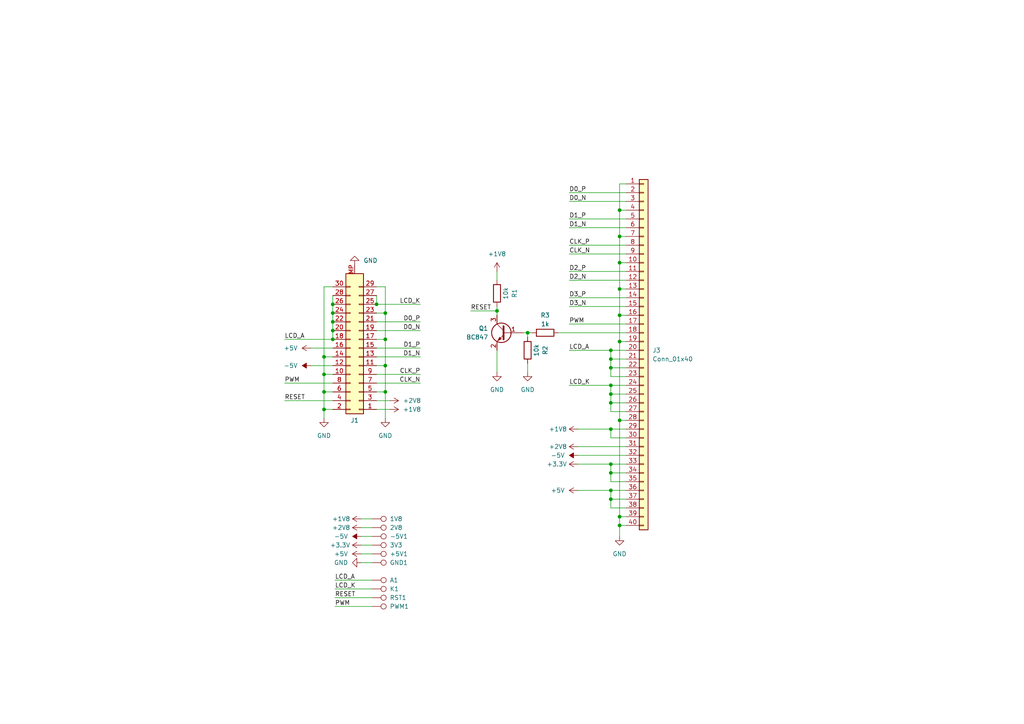
<source format=kicad_sch>
(kicad_sch (version 20231120) (generator "eeschema") (generator_version "8.0")
  (paper "A4")
  (lib_symbols
    (symbol "Connector:TestPoint" (pin_numbers hide) (pin_names (offset 0.762) hide)
      (property "Reference" "TP" (at 0 6.858 0))
      (property "Value" "TestPoint" (at 0 5.08 0))
      (symbol "TestPoint_0_1"
        (circle (center 0 3.302) (radius 0.762))
      )
      (symbol "TestPoint_1_1"
        (pin passive line (at 0 0 90) (length 2.54) (name "1") (number "1"))
      )
    )
    (symbol "Connector_Generic:Conn_01x40" (pin_names (offset 1.016) hide)
      (property "Reference" "J" (at 0 50.8 0))
      (property "Value" "Conn_01x40" (at 0 -53.34 0))
      (symbol "Conn_01x40_1_1"
        (rectangle (start -1.27 -50.673) (end 0 -50.927) (stroke (width 0.1524)))
        (rectangle (start -1.27 -48.133) (end 0 -48.387) (stroke (width 0.1524)))
        (rectangle (start -1.27 -45.593) (end 0 -45.847) (stroke (width 0.1524)))
        (rectangle (start -1.27 -43.053) (end 0 -43.307) (stroke (width 0.1524)))
        (rectangle (start -1.27 -40.513) (end 0 -40.767) (stroke (width 0.1524)))
        (rectangle (start -1.27 -37.973) (end 0 -38.227) (stroke (width 0.1524)))
        (rectangle (start -1.27 -35.433) (end 0 -35.687) (stroke (width 0.1524)))
        (rectangle (start -1.27 -32.893) (end 0 -33.147) (stroke (width 0.1524)))
        (rectangle (start -1.27 -30.353) (end 0 -30.607) (stroke (width 0.1524)))
        (rectangle (start -1.27 -27.813) (end 0 -28.067) (stroke (width 0.1524)))
        (rectangle (start -1.27 -25.273) (end 0 -25.527) (stroke (width 0.1524)))
        (rectangle (start -1.27 -22.733) (end 0 -22.987) (stroke (width 0.1524)))
        (rectangle (start -1.27 -20.193) (end 0 -20.447) (stroke (width 0.1524)))
        (rectangle (start -1.27 -17.653) (end 0 -17.907) (stroke (width 0.1524)))
        (rectangle (start -1.27 -15.113) (end 0 -15.367) (stroke (width 0.1524)))
        (rectangle (start -1.27 -12.573) (end 0 -12.827) (stroke (width 0.1524)))
        (rectangle (start -1.27 -10.033) (end 0 -10.287) (stroke (width 0.1524)))
        (rectangle (start -1.27 -7.493) (end 0 -7.747) (stroke (width 0.1524)))
        (rectangle (start -1.27 -4.953) (end 0 -5.207) (stroke (width 0.1524)))
        (rectangle (start -1.27 -2.413) (end 0 -2.667) (stroke (width 0.1524)))
        (rectangle (start -1.27 0.127) (end 0 -0.127) (stroke (width 0.1524)))
        (rectangle (start -1.27 2.667) (end 0 2.413) (stroke (width 0.1524)))
        (rectangle (start -1.27 5.207) (end 0 4.953) (stroke (width 0.1524)))
        (rectangle (start -1.27 7.747) (end 0 7.493) (stroke (width 0.1524)))
        (rectangle (start -1.27 10.287) (end 0 10.033) (stroke (width 0.1524)))
        (rectangle (start -1.27 12.827) (end 0 12.573) (stroke (width 0.1524)))
        (rectangle (start -1.27 15.367) (end 0 15.113) (stroke (width 0.1524)))
        (rectangle (start -1.27 17.907) (end 0 17.653) (stroke (width 0.1524)))
        (rectangle (start -1.27 20.447) (end 0 20.193) (stroke (width 0.1524)))
        (rectangle (start -1.27 22.987) (end 0 22.733) (stroke (width 0.1524)))
        (rectangle (start -1.27 25.527) (end 0 25.273) (stroke (width 0.1524)))
        (rectangle (start -1.27 28.067) (end 0 27.813) (stroke (width 0.1524)))
        (rectangle (start -1.27 30.607) (end 0 30.353) (stroke (width 0.1524)))
        (rectangle (start -1.27 33.147) (end 0 32.893) (stroke (width 0.1524)))
        (rectangle (start -1.27 35.687) (end 0 35.433) (stroke (width 0.1524)))
        (rectangle (start -1.27 38.227) (end 0 37.973) (stroke (width 0.1524)))
        (rectangle (start -1.27 40.767) (end 0 40.513) (stroke (width 0.1524)))
        (rectangle (start -1.27 43.307) (end 0 43.053) (stroke (width 0.1524)))
        (rectangle (start -1.27 45.847) (end 0 45.593) (stroke (width 0.1524)))
        (rectangle (start -1.27 48.387) (end 0 48.133) (stroke (width 0.1524)))
        (rectangle (start -1.27 49.53) (end 1.27 -52.07) (stroke (width 0.254)) (fill (type background)))
        (pin passive line (at -5.08 48.26 0) (length 3.81) (name "Pin_1") (number "1"))
        (pin passive line (at -5.08 25.4 0) (length 3.81) (name "Pin_10") (number "10"))
        (pin passive line (at -5.08 22.86 0) (length 3.81) (name "Pin_11") (number "11"))
        (pin passive line (at -5.08 20.32 0) (length 3.81) (name "Pin_12") (number "12"))
        (pin passive line (at -5.08 17.78 0) (length 3.81) (name "Pin_13") (number "13"))
        (pin passive line (at -5.08 15.24 0) (length 3.81) (name "Pin_14") (number "14"))
        (pin passive line (at -5.08 12.7 0) (length 3.81) (name "Pin_15") (number "15"))
        (pin passive line (at -5.08 10.16 0) (length 3.81) (name "Pin_16") (number "16"))
        (pin passive line (at -5.08 7.62 0) (length 3.81) (name "Pin_17") (number "17"))
        (pin passive line (at -5.08 5.08 0) (length 3.81) (name "Pin_18") (number "18"))
        (pin passive line (at -5.08 2.54 0) (length 3.81) (name "Pin_19") (number "19"))
        (pin passive line (at -5.08 45.72 0) (length 3.81) (name "Pin_2") (number "2"))
        (pin passive line (at -5.08 0 0) (length 3.81) (name "Pin_20") (number "20"))
        (pin passive line (at -5.08 -2.54 0) (length 3.81) (name "Pin_21") (number "21"))
        (pin passive line (at -5.08 -5.08 0) (length 3.81) (name "Pin_22") (number "22"))
        (pin passive line (at -5.08 -7.62 0) (length 3.81) (name "Pin_23") (number "23"))
        (pin passive line (at -5.08 -10.16 0) (length 3.81) (name "Pin_24") (number "24"))
        (pin passive line (at -5.08 -12.7 0) (length 3.81) (name "Pin_25") (number "25"))
        (pin passive line (at -5.08 -15.24 0) (length 3.81) (name "Pin_26") (number "26"))
        (pin passive line (at -5.08 -17.78 0) (length 3.81) (name "Pin_27") (number "27"))
        (pin passive line (at -5.08 -20.32 0) (length 3.81) (name "Pin_28") (number "28"))
        (pin passive line (at -5.08 -22.86 0) (length 3.81) (name "Pin_29") (number "29"))
        (pin passive line (at -5.08 43.18 0) (length 3.81) (name "Pin_3") (number "3"))
        (pin passive line (at -5.08 -25.4 0) (length 3.81) (name "Pin_30") (number "30"))
        (pin passive line (at -5.08 -27.94 0) (length 3.81) (name "Pin_31") (number "31"))
        (pin passive line (at -5.08 -30.48 0) (length 3.81) (name "Pin_32") (number "32"))
        (pin passive line (at -5.08 -33.02 0) (length 3.81) (name "Pin_33") (number "33"))
        (pin passive line (at -5.08 -35.56 0) (length 3.81) (name "Pin_34") (number "34"))
        (pin passive line (at -5.08 -38.1 0) (length 3.81) (name "Pin_35") (number "35"))
        (pin passive line (at -5.08 -40.64 0) (length 3.81) (name "Pin_36") (number "36"))
        (pin passive line (at -5.08 -43.18 0) (length 3.81) (name "Pin_37") (number "37"))
        (pin passive line (at -5.08 -45.72 0) (length 3.81) (name "Pin_38") (number "38"))
        (pin passive line (at -5.08 -48.26 0) (length 3.81) (name "Pin_39") (number "39"))
        (pin passive line (at -5.08 40.64 0) (length 3.81) (name "Pin_4") (number "4"))
        (pin passive line (at -5.08 -50.8 0) (length 3.81) (name "Pin_40") (number "40"))
        (pin passive line (at -5.08 38.1 0) (length 3.81) (name "Pin_5") (number "5"))
        (pin passive line (at -5.08 35.56 0) (length 3.81) (name "Pin_6") (number "6"))
        (pin passive line (at -5.08 33.02 0) (length 3.81) (name "Pin_7") (number "7"))
        (pin passive line (at -5.08 30.48 0) (length 3.81) (name "Pin_8") (number "8"))
        (pin passive line (at -5.08 27.94 0) (length 3.81) (name "Pin_9") (number "9"))
      )
    )
    (symbol "Connector_Generic:Conn_02x15_Odd_Even" (pin_names (offset 1.016) hide)
      (property "Reference" "J2" (at -1.27 24.13 0))
      (property "Value" "Conn_02x15_Odd_Even" (at -1.27 21.59 0))
      (symbol "Conn_02x15_Odd_Even_1_1"
        (rectangle (start -1.27 -17.653) (end 0 -17.907) (stroke (width 0.1524)))
        (rectangle (start -1.27 -15.113) (end 0 -15.367) (stroke (width 0.1524)))
        (rectangle (start -1.27 -12.573) (end 0 -12.827) (stroke (width 0.1524)))
        (rectangle (start -1.27 -10.033) (end 0 -10.287) (stroke (width 0.1524)))
        (rectangle (start -1.27 -7.493) (end 0 -7.747) (stroke (width 0.1524)))
        (rectangle (start -1.27 -4.953) (end 0 -5.207) (stroke (width 0.1524)))
        (rectangle (start -1.27 -2.413) (end 0 -2.667) (stroke (width 0.1524)))
        (rectangle (start -1.27 0.127) (end 0 -0.127) (stroke (width 0.1524)))
        (rectangle (start -1.27 2.667) (end 0 2.413) (stroke (width 0.1524)))
        (rectangle (start -1.27 5.207) (end 0 4.953) (stroke (width 0.1524)))
        (rectangle (start -1.27 7.747) (end 0 7.493) (stroke (width 0.1524)))
        (rectangle (start -1.27 10.287) (end 0 10.033) (stroke (width 0.1524)))
        (rectangle (start -1.27 12.827) (end 0 12.573) (stroke (width 0.1524)))
        (rectangle (start -1.27 15.367) (end 0 15.113) (stroke (width 0.1524)))
        (rectangle (start -1.27 17.907) (end 0 17.653) (stroke (width 0.1524)))
        (rectangle (start -1.27 19.05) (end 3.81 -21.59) (stroke (width 0.254)) (fill (type background)))
        (rectangle (start 3.81 -17.653) (end 2.54 -17.907) (stroke (width 0.1524)))
        (rectangle (start 3.81 -15.113) (end 2.54 -15.367) (stroke (width 0.1524)))
        (rectangle (start 3.81 -12.573) (end 2.54 -12.827) (stroke (width 0.1524)))
        (rectangle (start 3.81 -10.033) (end 2.54 -10.287) (stroke (width 0.1524)))
        (rectangle (start 3.81 -7.493) (end 2.54 -7.747) (stroke (width 0.1524)))
        (rectangle (start 3.81 -4.953) (end 2.54 -5.207) (stroke (width 0.1524)))
        (rectangle (start 3.81 -2.413) (end 2.54 -2.667) (stroke (width 0.1524)))
        (rectangle (start 3.81 0.127) (end 2.54 -0.127) (stroke (width 0.1524)))
        (rectangle (start 3.81 2.667) (end 2.54 2.413) (stroke (width 0.1524)))
        (rectangle (start 3.81 5.207) (end 2.54 4.953) (stroke (width 0.1524)))
        (rectangle (start 3.81 7.747) (end 2.54 7.493) (stroke (width 0.1524)))
        (rectangle (start 3.81 10.287) (end 2.54 10.033) (stroke (width 0.1524)))
        (rectangle (start 3.81 12.827) (end 2.54 12.573) (stroke (width 0.1524)))
        (rectangle (start 3.81 15.367) (end 2.54 15.113) (stroke (width 0.1524)))
        (rectangle (start 3.81 17.907) (end 2.54 17.653) (stroke (width 0.1524)))
        (pin passive line (at -5.08 17.78 0) (length 3.81) (name "Pin_1") (number "1"))
        (pin passive line (at 7.62 7.62 180) (length 3.81) (name "Pin_10") (number "10"))
        (pin passive line (at -5.08 5.08 0) (length 3.81) (name "Pin_11") (number "11"))
        (pin passive line (at 7.62 5.08 180) (length 3.81) (name "Pin_12") (number "12"))
        (pin passive line (at -5.08 2.54 0) (length 3.81) (name "Pin_13") (number "13"))
        (pin passive line (at 7.62 2.54 180) (length 3.81) (name "Pin_14") (number "14"))
        (pin passive line (at -5.08 0 0) (length 3.81) (name "Pin_15") (number "15"))
        (pin passive line (at 7.62 0 180) (length 3.81) (name "Pin_16") (number "16"))
        (pin passive line (at -5.08 -2.54 0) (length 3.81) (name "Pin_17") (number "17"))
        (pin passive line (at 7.62 -2.54 180) (length 3.81) (name "Pin_18") (number "18"))
        (pin passive line (at -5.08 -5.08 0) (length 3.81) (name "Pin_19") (number "19"))
        (pin passive line (at 7.62 17.78 180) (length 3.81) (name "Pin_2") (number "2"))
        (pin passive line (at 7.62 -5.08 180) (length 3.81) (name "Pin_20") (number "20"))
        (pin passive line (at -5.08 -7.62 0) (length 3.81) (name "Pin_21") (number "21"))
        (pin passive line (at 7.62 -7.62 180) (length 3.81) (name "Pin_22") (number "22"))
        (pin passive line (at -5.08 -10.16 0) (length 3.81) (name "Pin_23") (number "23"))
        (pin passive line (at 7.62 -10.16 180) (length 3.81) (name "Pin_24") (number "24"))
        (pin passive line (at -5.08 -12.7 0) (length 3.81) (name "Pin_25") (number "25"))
        (pin passive line (at 7.62 -12.7 180) (length 3.81) (name "Pin_26") (number "26"))
        (pin passive line (at -5.08 -15.24 0) (length 3.81) (name "Pin_27") (number "27"))
        (pin passive line (at 7.62 -15.24 180) (length 3.81) (name "Pin_28") (number "28"))
        (pin passive line (at -5.08 -17.78 0) (length 3.81) (name "Pin_29") (number "29"))
        (pin passive line (at -5.08 15.24 0) (length 3.81) (name "Pin_3") (number "3"))
        (pin passive line (at 7.62 -17.78 180) (length 3.81) (name "Pin_30") (number "30"))
        (pin passive line (at 7.62 15.24 180) (length 3.81) (name "Pin_4") (number "4"))
        (pin passive line (at -5.08 12.7 0) (length 3.81) (name "Pin_5") (number "5"))
        (pin passive line (at 7.62 12.7 180) (length 3.81) (name "Pin_6") (number "6"))
        (pin passive line (at -5.08 10.16 0) (length 3.81) (name "Pin_7") (number "7"))
        (pin passive line (at 7.62 10.16 180) (length 3.81) (name "Pin_8") (number "8"))
        (pin passive line (at -5.08 7.62 0) (length 3.81) (name "Pin_9") (number "9"))
        (pin input line (at 1.27 -24.13 90) (length 2.54) (name "MP") (number "MP"))
      )
    )
    (symbol "Device:R" (pin_numbers hide) (pin_names (offset 0))
      (property "Reference" "R" (at 2.032 0 90))
      (property "Value" "R" (at 0 0 90))
      (symbol "R_0_1"
        (rectangle (start -1.016 -2.54) (end 1.016 2.54) (stroke (width 0.254)))
      )
      (symbol "R_1_1"
        (pin passive line (at 0 3.81 270) (length 1.27) (name "~") (number "1"))
        (pin passive line (at 0 -3.81 90) (length 1.27) (name "~") (number "2"))
      )
    )
    (symbol "Transistor_BJT:BC847" (pin_names (offset 0) hide)
      (property "Reference" "Q" (at 5.08 1.905 0))
      (property "Value" "BC847" (at 5.08 0 0))
      (symbol "BC847_0_1"
        (polyline (pts (xy 0.635 0.635) (xy 2.54 2.54)))
        (polyline (pts (xy 0.635 -0.635) (xy 2.54 -2.54) (xy 2.54 -2.54)))
        (polyline (pts (xy 0.635 1.905) (xy 0.635 -1.905) (xy 0.635 -1.905)) (stroke (width 0.508)))
        (polyline (pts (xy 1.27 -1.778) (xy 1.778 -1.27) (xy 2.286 -2.286) (xy 1.27 -1.778) (xy 1.27 -1.778)) (fill (type outline)))
        (circle (center 1.27 0) (radius 2.8194) (stroke (width 0.254)))
      )
      (symbol "BC847_1_1"
        (pin input line (at -5.08 0 0) (length 5.715) (name "B") (number "1"))
        (pin passive line (at 2.54 -5.08 90) (length 2.54) (name "E") (number "2"))
        (pin passive line (at 2.54 5.08 270) (length 2.54) (name "C") (number "3"))
      )
    )
    (symbol "power:+1V8" (power) (pin_names (offset 0))
      (property "Value" "+1V8" (at 0 3.556 0))
      (symbol "+1V8_0_1"
        (polyline (pts (xy -0.762 1.27) (xy 0 2.54)))
        (polyline (pts (xy 0 0) (xy 0 2.54)))
        (polyline (pts (xy 0 2.54) (xy 0.762 1.27)))
      )
      (symbol "+1V8_1_1"
        (pin power_in line (at 0 0 90) (length 0) hide (name "+1V8") (number "1"))
      )
    )
    (symbol "power:+2V8" (power) (pin_names (offset 0))
      (property "Value" "+2V8" (at 0 3.556 0))
      (symbol "+2V8_0_1"
        (polyline (pts (xy -0.762 1.27) (xy 0 2.54)))
        (polyline (pts (xy 0 0) (xy 0 2.54)))
        (polyline (pts (xy 0 2.54) (xy 0.762 1.27)))
      )
      (symbol "+2V8_1_1"
        (pin power_in line (at 0 0 90) (length 0) hide (name "+2V8") (number "1"))
      )
    )
    (symbol "power:+3.3V" (power) (pin_names (offset 0))
      (property "Value" "+3.3V" (at 0 3.556 0))
      (symbol "+3.3V_0_1"
        (polyline (pts (xy -0.762 1.27) (xy 0 2.54)))
        (polyline (pts (xy 0 0) (xy 0 2.54)))
        (polyline (pts (xy 0 2.54) (xy 0.762 1.27)))
      )
      (symbol "+3.3V_1_1"
        (pin power_in line (at 0 0 90) (length 0) hide (name "+3.3V") (number "1"))
      )
    )
    (symbol "power:+5V" (power) (pin_names (offset 0))
      (property "Value" "+5V" (at 0 3.556 0))
      (symbol "+5V_0_1"
        (polyline (pts (xy -0.762 1.27) (xy 0 2.54)))
        (polyline (pts (xy 0 0) (xy 0 2.54)))
        (polyline (pts (xy 0 2.54) (xy 0.762 1.27)))
      )
      (symbol "+5V_1_1"
        (pin power_in line (at 0 0 90) (length 0) hide (name "+5V") (number "1"))
      )
    )
    (symbol "power:-5V" (power) (pin_names (offset 0))
      (property "Value" "-5V" (at 0 3.81 0))
      (symbol "-5V_0_0"
        (pin power_in line (at 0 0 90) (length 0) hide (name "-5V") (number "1"))
      )
      (symbol "-5V_0_1"
        (polyline (pts (xy 0 0) (xy 0 1.27) (xy 0.762 1.27) (xy 0 2.54) (xy -0.762 1.27) (xy 0 1.27)) (fill (type outline)))
      )
    )
    (symbol "power:GND" (power) (pin_names (offset 0))
      (property "Value" "GND" (at 0 -3.81 0))
      (symbol "GND_0_1"
        (polyline (pts (xy 0 0) (xy 0 -1.27) (xy 1.27 -1.27) (xy 0 -2.54) (xy -1.27 -1.27) (xy 0 -1.27)))
      )
      (symbol "GND_1_1"
        (pin power_in line (at 0 0 270) (length 0) hide (name "GND") (number "1"))
      )
    )
  )
  (junction (at 177.165 137.16))
  (junction (at 96.52 88.265))
  (junction (at 177.165 111.76))
  (junction (at 177.165 134.62))
  (junction (at 96.52 95.885))
  (junction (at 177.165 101.6))
  (junction (at 96.52 98.425))
  (junction (at 179.705 149.86))
  (junction (at 177.165 114.3))
  (junction (at 177.165 104.14))
  (junction (at 93.98 103.505))
  (junction (at 93.98 118.745))
  (junction (at 111.76 98.425))
  (junction (at 111.76 90.805))
  (junction (at 153.035 96.52))
  (junction (at 179.705 60.96))
  (junction (at 179.705 152.4))
  (junction (at 96.52 90.805))
  (junction (at 144.145 90.17))
  (junction (at 111.76 113.665))
  (junction (at 179.705 76.2))
  (junction (at 177.165 106.68))
  (junction (at 179.705 91.44))
  (junction (at 179.705 99.06))
  (junction (at 109.22 88.265))
  (junction (at 177.165 124.46))
  (junction (at 179.705 121.92))
  (junction (at 179.705 68.58))
  (junction (at 177.165 144.78))
  (junction (at 93.98 108.585))
  (junction (at 96.52 93.345))
  (junction (at 93.98 113.665))
  (junction (at 179.705 83.82))
  (junction (at 177.165 142.24))
  (junction (at 111.76 106.045))
  (junction (at 177.165 116.84))
  (wire (pts (xy 165.1 58.42) (xy 181.61 58.42)))
  (wire (pts (xy 109.22 90.805) (xy 111.76 90.805)))
  (wire (pts (xy 96.52 85.725) (xy 96.52 88.265)))
  (wire (pts (xy 96.52 93.345) (xy 96.52 95.885)))
  (wire (pts (xy 181.61 119.38) (xy 177.165 119.38)))
  (wire (pts (xy 177.165 101.6) (xy 181.61 101.6)))
  (wire (pts (xy 104.775 150.495) (xy 107.95 150.495)))
  (wire (pts (xy 181.61 109.22) (xy 177.165 109.22)))
  (wire (pts (xy 181.61 60.96) (xy 179.705 60.96)))
  (wire (pts (xy 109.22 95.885) (xy 121.92 95.885)))
  (wire (pts (xy 109.22 100.965) (xy 121.92 100.965)))
  (wire (pts (xy 181.61 83.82) (xy 179.705 83.82)))
  (wire (pts (xy 153.035 96.52) (xy 154.305 96.52)))
  (wire (pts (xy 165.1 88.9) (xy 181.61 88.9)))
  (wire (pts (xy 93.98 108.585) (xy 93.98 113.665)))
  (wire (pts (xy 153.035 105.41) (xy 153.035 107.95)))
  (wire (pts (xy 109.22 106.045) (xy 111.76 106.045)))
  (wire (pts (xy 165.1 66.04) (xy 181.61 66.04)))
  (wire (pts (xy 177.165 137.16) (xy 177.165 134.62)))
  (wire (pts (xy 111.76 106.045) (xy 111.76 113.665)))
  (wire (pts (xy 177.165 142.24) (xy 167.64 142.24)))
  (wire (pts (xy 165.1 73.66) (xy 181.61 73.66)))
  (wire (pts (xy 177.165 111.76) (xy 165.1 111.76)))
  (wire (pts (xy 97.155 173.355) (xy 107.95 173.355)))
  (wire (pts (xy 181.61 53.34) (xy 179.705 53.34)))
  (wire (pts (xy 109.22 93.345) (xy 121.92 93.345)))
  (wire (pts (xy 109.22 116.205) (xy 113.03 116.205)))
  (wire (pts (xy 181.61 91.44) (xy 179.705 91.44)))
  (wire (pts (xy 177.165 119.38) (xy 177.165 116.84)))
  (wire (pts (xy 181.61 129.54) (xy 167.64 129.54)))
  (wire (pts (xy 179.705 149.86) (xy 179.705 152.4)))
  (wire (pts (xy 109.22 103.505) (xy 121.92 103.505)))
  (wire (pts (xy 181.61 149.86) (xy 179.705 149.86)))
  (wire (pts (xy 165.1 63.5) (xy 181.61 63.5)))
  (wire (pts (xy 165.1 86.36) (xy 181.61 86.36)))
  (wire (pts (xy 177.165 106.68) (xy 177.165 104.14)))
  (wire (pts (xy 104.775 160.655) (xy 107.95 160.655)))
  (wire (pts (xy 181.61 104.14) (xy 177.165 104.14)))
  (wire (pts (xy 104.775 153.035) (xy 107.95 153.035)))
  (wire (pts (xy 93.98 113.665) (xy 96.52 113.665)))
  (wire (pts (xy 165.1 55.88) (xy 181.61 55.88)))
  (wire (pts (xy 153.035 96.52) (xy 153.035 97.79)))
  (wire (pts (xy 177.165 109.22) (xy 177.165 106.68)))
  (wire (pts (xy 96.52 83.185) (xy 93.98 83.185)))
  (wire (pts (xy 96.52 95.885) (xy 96.52 98.425)))
  (wire (pts (xy 111.76 98.425) (xy 111.76 106.045)))
  (wire (pts (xy 90.17 106.045) (xy 96.52 106.045)))
  (wire (pts (xy 111.76 83.185) (xy 111.76 90.805)))
  (wire (pts (xy 177.165 147.32) (xy 177.165 144.78)))
  (wire (pts (xy 181.61 139.7) (xy 177.165 139.7)))
  (wire (pts (xy 109.22 88.265) (xy 121.92 88.265)))
  (wire (pts (xy 144.145 88.9) (xy 144.145 90.17)))
  (wire (pts (xy 111.76 90.805) (xy 111.76 98.425)))
  (wire (pts (xy 181.61 137.16) (xy 177.165 137.16)))
  (wire (pts (xy 177.165 144.78) (xy 177.165 142.24)))
  (wire (pts (xy 179.705 60.96) (xy 179.705 68.58)))
  (wire (pts (xy 165.1 81.28) (xy 181.61 81.28)))
  (wire (pts (xy 93.98 118.745) (xy 93.98 121.285)))
  (wire (pts (xy 97.155 170.815) (xy 107.95 170.815)))
  (wire (pts (xy 179.705 121.92) (xy 179.705 149.86)))
  (wire (pts (xy 167.64 124.46) (xy 177.165 124.46)))
  (wire (pts (xy 167.64 134.62) (xy 177.165 134.62)))
  (wire (pts (xy 177.165 134.62) (xy 181.61 134.62)))
  (wire (pts (xy 109.22 85.725) (xy 109.22 88.265)))
  (wire (pts (xy 96.52 118.745) (xy 93.98 118.745)))
  (wire (pts (xy 93.98 108.585) (xy 96.52 108.585)))
  (wire (pts (xy 109.22 118.745) (xy 113.03 118.745)))
  (wire (pts (xy 181.61 99.06) (xy 179.705 99.06)))
  (wire (pts (xy 181.61 114.3) (xy 177.165 114.3)))
  (wire (pts (xy 165.1 101.6) (xy 177.165 101.6)))
  (wire (pts (xy 109.22 108.585) (xy 121.92 108.585)))
  (wire (pts (xy 165.1 71.12) (xy 181.61 71.12)))
  (wire (pts (xy 165.1 93.98) (xy 181.61 93.98)))
  (wire (pts (xy 179.705 83.82) (xy 179.705 91.44)))
  (wire (pts (xy 82.55 116.205) (xy 96.52 116.205)))
  (wire (pts (xy 82.55 111.125) (xy 96.52 111.125)))
  (wire (pts (xy 151.765 96.52) (xy 153.035 96.52)))
  (wire (pts (xy 181.61 106.68) (xy 177.165 106.68)))
  (wire (pts (xy 181.61 132.08) (xy 167.64 132.08)))
  (wire (pts (xy 104.775 158.115) (xy 107.95 158.115)))
  (wire (pts (xy 109.22 111.125) (xy 121.92 111.125)))
  (wire (pts (xy 179.705 99.06) (xy 179.705 121.92)))
  (wire (pts (xy 144.145 101.6) (xy 144.145 107.95)))
  (wire (pts (xy 109.22 98.425) (xy 111.76 98.425)))
  (wire (pts (xy 144.145 90.17) (xy 144.145 91.44)))
  (wire (pts (xy 97.155 175.895) (xy 107.95 175.895)))
  (wire (pts (xy 179.705 68.58) (xy 179.705 76.2)))
  (wire (pts (xy 111.76 113.665) (xy 111.76 121.285)))
  (wire (pts (xy 181.61 152.4) (xy 179.705 152.4)))
  (wire (pts (xy 165.1 78.74) (xy 181.61 78.74)))
  (wire (pts (xy 179.705 91.44) (xy 179.705 99.06)))
  (wire (pts (xy 177.165 139.7) (xy 177.165 137.16)))
  (wire (pts (xy 136.525 90.17) (xy 144.145 90.17)))
  (wire (pts (xy 181.61 127) (xy 177.165 127)))
  (wire (pts (xy 97.155 168.275) (xy 107.95 168.275)))
  (wire (pts (xy 93.98 113.665) (xy 93.98 118.745)))
  (wire (pts (xy 93.98 103.505) (xy 93.98 108.585)))
  (wire (pts (xy 181.61 116.84) (xy 177.165 116.84)))
  (wire (pts (xy 109.22 113.665) (xy 111.76 113.665)))
  (wire (pts (xy 104.775 163.195) (xy 107.95 163.195)))
  (wire (pts (xy 181.61 144.78) (xy 177.165 144.78)))
  (wire (pts (xy 177.165 124.46) (xy 181.61 124.46)))
  (wire (pts (xy 179.705 152.4) (xy 179.705 155.575)))
  (wire (pts (xy 93.98 83.185) (xy 93.98 103.505)))
  (wire (pts (xy 181.61 111.76) (xy 177.165 111.76)))
  (wire (pts (xy 96.52 90.805) (xy 96.52 93.345)))
  (wire (pts (xy 179.705 76.2) (xy 179.705 83.82)))
  (wire (pts (xy 82.55 98.425) (xy 96.52 98.425)))
  (wire (pts (xy 93.98 103.505) (xy 96.52 103.505)))
  (wire (pts (xy 181.61 142.24) (xy 177.165 142.24)))
  (wire (pts (xy 181.61 147.32) (xy 177.165 147.32)))
  (wire (pts (xy 177.165 127) (xy 177.165 124.46)))
  (wire (pts (xy 177.165 104.14) (xy 177.165 101.6)))
  (wire (pts (xy 104.775 155.575) (xy 107.95 155.575)))
  (wire (pts (xy 109.22 83.185) (xy 111.76 83.185)))
  (wire (pts (xy 181.61 96.52) (xy 161.925 96.52)))
  (wire (pts (xy 179.705 53.34) (xy 179.705 60.96)))
  (wire (pts (xy 96.52 100.965) (xy 90.17 100.965)))
  (wire (pts (xy 181.61 68.58) (xy 179.705 68.58)))
  (wire (pts (xy 144.145 78.74) (xy 144.145 81.28)))
  (wire (pts (xy 177.165 114.3) (xy 177.165 111.76)))
  (wire (pts (xy 177.165 116.84) (xy 177.165 114.3)))
  (wire (pts (xy 181.61 76.2) (xy 179.705 76.2)))
  (wire (pts (xy 96.52 88.265) (xy 96.52 90.805)))
  (wire (pts (xy 181.61 121.92) (xy 179.705 121.92)))
  (label "LCD_K" (at 121.92 88.265 180))
  (label "CLK_P" (at 121.92 108.585 180))
  (label "D1_P" (at 165.1 63.5 0))
  (label "PWM" (at 97.155 175.895 0))
  (label "D0_N" (at 165.1 58.42 0))
  (label "LCD_K" (at 97.155 170.815 0))
  (label "LCD_A" (at 165.1 101.6 0))
  (label "D2_N" (at 165.1 81.28 0))
  (label "D1_N" (at 165.1 66.04 0))
  (label "D3_P" (at 165.1 86.36 0))
  (label "LCD_K" (at 165.1 111.76 0))
  (label "RESET" (at 97.155 173.355 0))
  (label "CLK_P" (at 165.1 71.12 0))
  (label "D0_N" (at 121.92 95.885 180))
  (label "LCD_A" (at 97.155 168.275 0))
  (label "D0_P" (at 165.1 55.88 0))
  (label "D0_P" (at 121.92 93.345 180))
  (label "RESET" (at 82.55 116.205 0))
  (label "CLK_N" (at 165.1 73.66 0))
  (label "D1_P" (at 121.92 100.965 180))
  (label "D1_N" (at 121.92 103.505 180))
  (label "RESET" (at 136.525 90.17 0))
  (label "D2_P" (at 165.1 78.74 0))
  (label "PWM" (at 82.55 111.125 0))
  (label "LCD_A" (at 82.55 98.425 0))
  (label "D3_N" (at 165.1 88.9 0))
  (label "PWM" (at 165.1 93.98 0))
  (label "CLK_N" (at 121.92 111.125 180))
  (symbol (lib_id "Connector:TestPoint") (at 107.95 160.655 270) (unit 1)
    (property "Reference" "+5V1" (at 113.03 160.655 90) (effects (justify left)))
    (property "Value" "TestPoint" (effects (hide yes)))
    (property "Footprint" "TestPoint:TestPoint_Pad_D1.0mm" (effects (hide yes)))
  )
  (symbol (lib_id "power:+3.3V") (at 167.64 134.62 90) (unit 1)
    (property "Reference" "#PWR013" (effects (hide yes)))
    (property "Value" "+3.3V" (at 164.465 134.62 90) (effects (justify left)))
  )
  (symbol (lib_id "power:GND") (at 111.76 121.285 0) (unit 1)
    (property "Reference" "#PWR05" (effects (hide yes)))
    (property "Value" "GND" (at 111.76 126.365 0))
  )
  (symbol (lib_id "power:+5V") (at 104.775 160.655 90) (unit 1)
    (property "Reference" "#PWR021" (effects (hide yes)))
    (property "Value" "+5V" (at 100.965 160.6549 90) (effects (justify left)))
  )
  (symbol (lib_id "power:GND") (at 144.145 107.95 0) (unit 1)
    (property "Reference" "#PWR015" (effects (hide yes)))
    (property "Value" "GND" (at 144.145 113.03 0))
  )
  (symbol (lib_id "power:GND") (at 153.035 107.95 0) (unit 1)
    (property "Reference" "#PWR016" (effects (hide yes)))
    (property "Value" "GND" (at 153.035 113.03 0))
  )
  (symbol (lib_id "power:+5V") (at 90.17 100.965 90) (unit 1)
    (property "Reference" "#PWR01" (effects (hide yes)))
    (property "Value" "+5V" (at 86.36 100.9649 90) (effects (justify left)))
  )
  (symbol (lib_id "power:GND") (at 179.705 155.575 0) (unit 1)
    (property "Reference" "#PWR012" (effects (hide yes)))
    (property "Value" "GND" (at 179.705 160.655 0))
  )
  (symbol (lib_id "Connector_Generic:Conn_02x15_Odd_Even") (at 104.14 100.965 180) (unit 1)
    (property "Reference" "J1" (at 102.87 121.92 0))
    (property "Value" "Conn_02x15_Odd_Even" (effects (hide yes)))
    (property "Footprint" "Connector_Hirose:BM14B(0.8)-30DS-0.4V(52)" (effects (hide yes)))
  )
  (symbol (lib_id "Device:R") (at 144.145 85.09 180) (unit 1)
    (property "Reference" "R1" (at 149.225 85.09 90))
    (property "Value" "10k" (at 146.685 85.09 90))
    (property "Footprint" "Resistor_SMD:R_0603_1608Metric" (effects (hide yes)))
  )
  (symbol (lib_id "power:+1V8") (at 104.775 150.495 90) (unit 1)
    (property "Reference" "#PWR017" (effects (hide yes)))
    (property "Value" "+1V8" (at 101.6 150.495 90) (effects (justify left)))
  )
  (symbol (lib_id "Connector:TestPoint") (at 107.95 158.115 270) (unit 1)
    (property "Reference" "3V3" (at 113.03 158.115 90) (effects (justify left)))
    (property "Value" "TestPoint" (effects (hide yes)))
    (property "Footprint" "TestPoint:TestPoint_Pad_D1.0mm" (effects (hide yes)))
  )
  (symbol (lib_id "Connector_Generic:Conn_01x40") (at 186.69 101.6 0) (unit 1)
    (property "Reference" "J3" (at 189.23 101.6 0) (effects (justify left)))
    (property "Value" "Conn_01x40" (at 189.23 104.14 0) (effects (justify left)))
    (property "Footprint" "Connector_FFC-FPC:Hirose_FH12-40S-0.5SH_1x40-1MP_P0.50mm_Horizontal" (effects (hide yes)))
  )
  (symbol (lib_id "Connector:TestPoint") (at 107.95 155.575 270) (unit 1)
    (property "Reference" "-5V1" (at 113.03 155.575 90) (effects (justify left)))
    (property "Value" "TestPoint" (effects (hide yes)))
    (property "Footprint" "TestPoint:TestPoint_Pad_D1.0mm" (effects (hide yes)))
  )
  (symbol (lib_id "power:-5V") (at 167.64 132.08 90) (unit 1)
    (property "Reference" "#PWR010" (effects (hide yes)))
    (property "Value" "-5V" (at 163.83 132.0799 90) (effects (justify left)))
  )
  (symbol (lib_id "power:+5V") (at 167.64 142.24 90) (unit 1)
    (property "Reference" "#PWR011" (effects (hide yes)))
    (property "Value" "+5V" (at 163.83 142.2399 90) (effects (justify left)))
  )
  (symbol (lib_id "Transistor_BJT:BC847") (at 146.685 96.52 0) (mirror y) (unit 1)
    (property "Reference" "Q1" (at 141.605 95.2499 0) (effects (justify left)))
    (property "Value" "BC847" (at 141.605 97.7899 0) (effects (justify left)))
    (property "Footprint" "Package_TO_SOT_SMD:SOT-23" (effects (hide yes)))
    (property "Datasheet" "http://www.infineon.com/dgdl/Infineon-BC847SERIES_BC848SERIES_BC849SERIES_BC850SERIES-DS-v01_01-en.pdf?fileId=db3a304314dca389011541d4630a1657" (effects (hide yes)))
  )
  (symbol (lib_id "power:+1V8") (at 144.145 78.74 0) (unit 1)
    (property "Reference" "#PWR014" (effects (hide yes)))
    (property "Value" "+1V8" (at 144.145 73.66 0))
  )
  (symbol (lib_id "power:+2V8") (at 104.775 153.035 90) (unit 1)
    (property "Reference" "#PWR018" (effects (hide yes)))
    (property "Value" "+2V8" (at 101.6 153.035 90) (effects (justify left)))
  )
  (symbol (lib_id "Device:R") (at 153.035 101.6 180) (unit 1)
    (property "Reference" "R2" (at 158.115 101.6 90))
    (property "Value" "10k" (at 155.575 101.6 90))
    (property "Footprint" "Resistor_SMD:R_0603_1608Metric" (effects (hide yes)))
  )
  (symbol (lib_id "Connector:TestPoint") (at 107.95 175.895 270) (unit 1)
    (property "Reference" "PWM1" (at 113.03 175.895 90) (effects (justify left)))
    (property "Value" "TestPoint" (effects (hide yes)))
    (property "Footprint" "TestPoint:TestPoint_Pad_D1.0mm" (effects (hide yes)))
  )
  (symbol (lib_id "power:+1V8") (at 167.64 124.46 90) (unit 1)
    (property "Reference" "#PWR08" (effects (hide yes)))
    (property "Value" "+1V8" (at 164.465 124.46 90) (effects (justify left)))
  )
  (symbol (lib_id "power:GND") (at 104.775 163.195 270) (unit 1)
    (property "Reference" "#PWR022" (effects (hide yes)))
    (property "Value" "GND" (at 100.965 163.195 90) (effects (justify right)))
  )
  (symbol (lib_id "power:+2V8") (at 167.64 129.54 90) (unit 1)
    (property "Reference" "#PWR09" (effects (hide yes)))
    (property "Value" "+2V8" (at 164.465 129.54 90) (effects (justify left)))
  )
  (symbol (lib_id "Device:R") (at 158.115 96.52 270) (unit 1)
    (property "Reference" "R3" (at 158.115 91.44 90))
    (property "Value" "1k" (at 158.115 93.98 90))
    (property "Footprint" "Resistor_SMD:R_0603_1608Metric" (effects (hide yes)))
  )
  (symbol (lib_id "power:GND") (at 102.87 76.835 180) (unit 1)
    (property "Reference" "#PWR04" (effects (hide yes)))
    (property "Value" "GND" (at 105.41 75.5649 0) (effects (justify right)))
  )
  (symbol (lib_id "Connector:TestPoint") (at 107.95 173.355 270) (unit 1)
    (property "Reference" "RST1" (at 113.03 173.355 90) (effects (justify left)))
    (property "Value" "TestPoint" (effects (hide yes)))
    (property "Footprint" "TestPoint:TestPoint_Pad_D1.0mm" (effects (hide yes)))
  )
  (symbol (lib_id "power:+2V8") (at 113.03 116.205 270) (unit 1)
    (property "Reference" "#PWR06" (effects (hide yes)))
    (property "Value" "+2V8" (at 116.84 116.2049 90) (effects (justify left)))
  )
  (symbol (lib_id "power:GND") (at 93.98 121.285 0) (unit 1)
    (property "Reference" "#PWR03" (effects (hide yes)))
    (property "Value" "GND" (at 93.98 126.365 0))
  )
  (symbol (lib_id "power:-5V") (at 90.17 106.045 90) (unit 1)
    (property "Reference" "#PWR02" (effects (hide yes)))
    (property "Value" "-5V" (at 86.36 106.0449 90) (effects (justify left)))
  )
  (symbol (lib_id "Connector:TestPoint") (at 107.95 168.275 270) (unit 1)
    (property "Reference" "A1" (at 113.03 168.275 90) (effects (justify left)))
    (property "Value" "TestPoint" (effects (hide yes)))
    (property "Footprint" "TestPoint:TestPoint_Pad_D1.0mm" (effects (hide yes)))
  )
  (symbol (lib_id "Connector:TestPoint") (at 107.95 170.815 270) (unit 1)
    (property "Reference" "K1" (at 113.03 170.815 90) (effects (justify left)))
    (property "Value" "TestPoint" (effects (hide yes)))
    (property "Footprint" "TestPoint:TestPoint_Pad_D1.0mm" (effects (hide yes)))
  )
  (symbol (lib_id "power:+1V8") (at 113.03 118.745 270) (unit 1)
    (property "Reference" "#PWR07" (effects (hide yes)))
    (property "Value" "+1V8" (at 116.84 118.7449 90) (effects (justify left)))
  )
  (symbol (lib_id "Connector:TestPoint") (at 107.95 150.495 270) (unit 1)
    (property "Reference" "1V8" (at 113.03 150.495 90) (effects (justify left)))
    (property "Value" "TestPoint" (effects (hide yes)))
    (property "Footprint" "TestPoint:TestPoint_Pad_D1.0mm" (effects (hide yes)))
  )
  (symbol (lib_id "Connector:TestPoint") (at 107.95 153.035 270) (unit 1)
    (property "Reference" "2V8" (at 113.03 153.035 90) (effects (justify left)))
    (property "Value" "TestPoint" (effects (hide yes)))
    (property "Footprint" "TestPoint:TestPoint_Pad_D1.0mm" (effects (hide yes)))
  )
  (symbol (lib_id "power:+3.3V") (at 104.775 158.115 90) (unit 1)
    (property "Reference" "#PWR020" (effects (hide yes)))
    (property "Value" "+3.3V" (at 101.6 158.115 90) (effects (justify left)))
  )
  (symbol (lib_id "power:-5V") (at 104.775 155.575 90) (unit 1)
    (property "Reference" "#PWR019" (effects (hide yes)))
    (property "Value" "-5V" (at 100.965 155.5749 90) (effects (justify left)))
  )
  (symbol (lib_id "Connector:TestPoint") (at 107.95 163.195 270) (unit 1)
    (property "Reference" "GND1" (at 113.03 163.195 90) (effects (justify left)))
    (property "Value" "TestPoint" (effects (hide yes)))
    (property "Footprint" "TestPoint:TestPoint_Pad_D1.0mm" (effects (hide yes)))
  )
)
</source>
